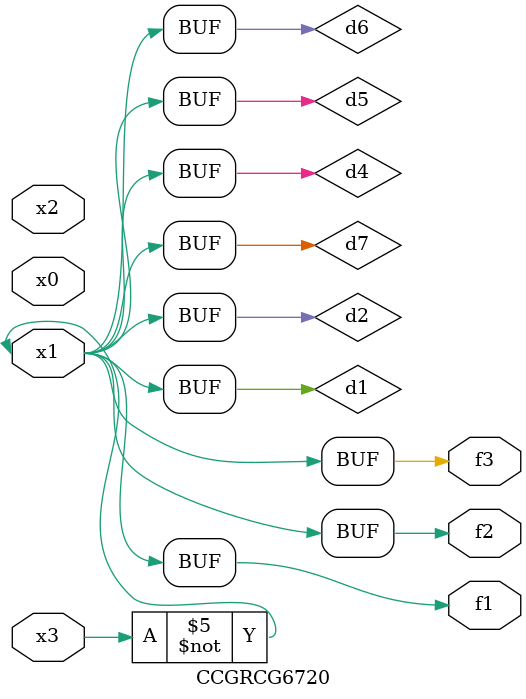
<source format=v>
module CCGRCG6720(
	input x0, x1, x2, x3,
	output f1, f2, f3
);

	wire d1, d2, d3, d4, d5, d6, d7;

	not (d1, x3);
	buf (d2, x1);
	xnor (d3, d1, d2);
	nor (d4, d1);
	buf (d5, d1, d2);
	buf (d6, d4, d5);
	nand (d7, d4);
	assign f1 = d6;
	assign f2 = d7;
	assign f3 = d6;
endmodule

</source>
